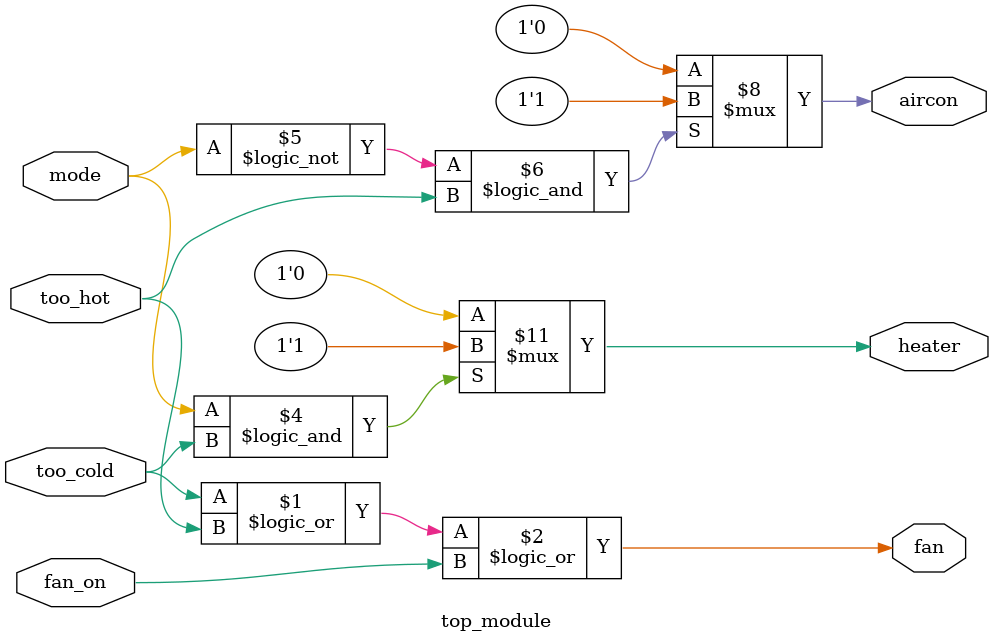
<source format=sv>
module top_module(
	input mode,
	input too_cold, 
	input too_hot,
	input fan_on,
	output heater,
	output aircon,
	output fan
);

reg fan;

assign fan = (too_cold || too_hot || fan_on);

always @(*) begin
	if (mode && too_cold)
		heater = 1;
	else
		heater = 0;

	if (!mode && too_hot)
		aircon = 1;
	else
		aircon = 0;
end

endmodule

</source>
